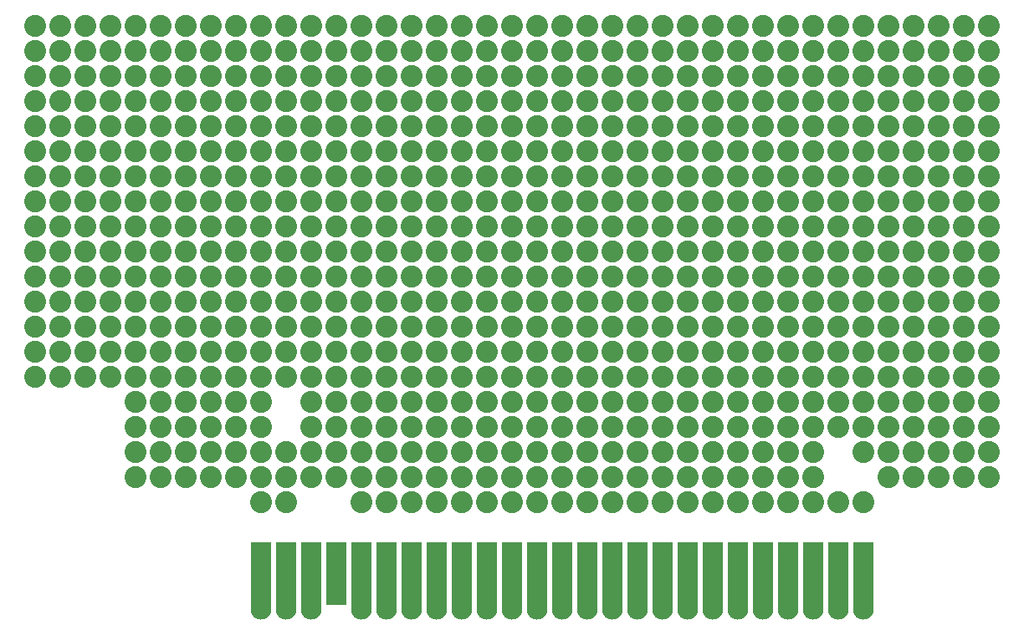
<source format=gts>
G04 (created by PCBNEW (2013-09-28 BZR 4356)-product) date 12/11/2013 13:19:40*
%MOIN*%
G04 Gerber Fmt 3.4, Leading zero omitted, Abs format*
%FSLAX34Y34*%
G01*
G70*
G90*
G04 APERTURE LIST*
%ADD10C,0.005906*%
%ADD11C,0.087559*%
%ADD12O,0.082677X0.297244*%
%ADD13R,0.082677X0.218898*%
%ADD14R,0.082677X0.173228*%
%ADD15R,0.082677X0.133858*%
G04 APERTURE END LIST*
G54D10*
G54D11*
X32236Y-19000D03*
X30236Y-18000D03*
X32236Y-17000D03*
X31236Y-17000D03*
X30236Y-17000D03*
X30236Y-16000D03*
X31236Y-16000D03*
X32236Y-16000D03*
X33236Y-16000D03*
X34236Y-16000D03*
X11236Y-18000D03*
X12236Y-16000D03*
X12236Y-17000D03*
X12236Y-18000D03*
X10236Y-16000D03*
X10236Y-17000D03*
X10236Y-18000D03*
X13236Y-18000D03*
X13236Y-17000D03*
X13236Y-16000D03*
X14236Y-17000D03*
X14236Y-18000D03*
X14236Y-16000D03*
X26236Y-16000D03*
X25236Y-16000D03*
X29236Y-16000D03*
X29236Y-18000D03*
X29236Y-17000D03*
X28236Y-16000D03*
X27236Y-16000D03*
X28236Y-17000D03*
X27236Y-17000D03*
X28236Y-18000D03*
X27236Y-18000D03*
X26236Y-17000D03*
X25236Y-17000D03*
X26236Y-18000D03*
X25236Y-18000D03*
X16236Y-16000D03*
X15236Y-16000D03*
X19236Y-16000D03*
X19236Y-18000D03*
X19236Y-17000D03*
X18236Y-16000D03*
X17236Y-16000D03*
X18236Y-17000D03*
X17236Y-17000D03*
X18236Y-18000D03*
X17236Y-18000D03*
X16236Y-17000D03*
X15236Y-17000D03*
X16236Y-18000D03*
X15236Y-18000D03*
X21236Y-16000D03*
X20236Y-16000D03*
X24236Y-16000D03*
X24236Y-18000D03*
X24236Y-17000D03*
X23236Y-16000D03*
X22236Y-16000D03*
X23236Y-17000D03*
X22236Y-17000D03*
X23236Y-18000D03*
X22236Y-18000D03*
X21236Y-17000D03*
X20236Y-17000D03*
X21236Y-18000D03*
X20236Y-18000D03*
X6236Y-19000D03*
X7236Y-19000D03*
X8236Y-19000D03*
X9236Y-19000D03*
X8236Y-18000D03*
X9236Y-18000D03*
X8236Y-17000D03*
X9236Y-17000D03*
X6236Y-18000D03*
X7236Y-16000D03*
X6236Y-16000D03*
X6236Y-17000D03*
X7236Y-18000D03*
X7236Y-17000D03*
X9236Y-16000D03*
X8236Y-16000D03*
X5236Y-17000D03*
X5236Y-16000D03*
X5236Y-18000D03*
X5236Y-19000D03*
X5236Y-7000D03*
X5236Y-6000D03*
X3236Y-6000D03*
X4236Y-6000D03*
X2236Y-7000D03*
X2236Y-8000D03*
X1236Y-7000D03*
X1236Y-6000D03*
X2236Y-6000D03*
X1236Y-8000D03*
X5236Y-8000D03*
X5236Y-10000D03*
X5236Y-9000D03*
X4236Y-7000D03*
X3236Y-7000D03*
X4236Y-8000D03*
X3236Y-8000D03*
X4236Y-9000D03*
X3236Y-9000D03*
X4236Y-10000D03*
X3236Y-10000D03*
X2236Y-9000D03*
X1236Y-9000D03*
X2236Y-10000D03*
X1236Y-10000D03*
X1236Y-5000D03*
X2236Y-5000D03*
X1236Y-4000D03*
X2236Y-4000D03*
X3236Y-5000D03*
X4236Y-5000D03*
X3236Y-4000D03*
X4236Y-4000D03*
X3236Y-3000D03*
X4236Y-3000D03*
X3236Y-2000D03*
X4236Y-2000D03*
X5236Y-4000D03*
X5236Y-5000D03*
X5236Y-3000D03*
X1236Y-3000D03*
X2236Y-1000D03*
X1236Y-1000D03*
X1236Y-2000D03*
X2236Y-3000D03*
X2236Y-2000D03*
X4236Y-1000D03*
X3236Y-1000D03*
X5236Y-1000D03*
X5236Y-2000D03*
X1236Y-15000D03*
X2236Y-15000D03*
X1236Y-14000D03*
X2236Y-14000D03*
X3236Y-15000D03*
X4236Y-15000D03*
X3236Y-14000D03*
X4236Y-14000D03*
X3236Y-13000D03*
X4236Y-13000D03*
X3236Y-12000D03*
X4236Y-12000D03*
X5236Y-14000D03*
X5236Y-15000D03*
X5236Y-13000D03*
X1236Y-13000D03*
X2236Y-11000D03*
X1236Y-11000D03*
X1236Y-12000D03*
X2236Y-13000D03*
X2236Y-12000D03*
X4236Y-11000D03*
X3236Y-11000D03*
X5236Y-11000D03*
X5236Y-12000D03*
X8236Y-11000D03*
X9236Y-11000D03*
X7236Y-12000D03*
X7236Y-13000D03*
X6236Y-12000D03*
X6236Y-11000D03*
X7236Y-11000D03*
X6236Y-13000D03*
X9236Y-12000D03*
X8236Y-12000D03*
X9236Y-13000D03*
X8236Y-13000D03*
X9236Y-14000D03*
X8236Y-14000D03*
X9236Y-15000D03*
X8236Y-15000D03*
X7236Y-14000D03*
X6236Y-14000D03*
X7236Y-15000D03*
X6236Y-15000D03*
X8236Y-1000D03*
X9236Y-1000D03*
X7236Y-2000D03*
X7236Y-3000D03*
X6236Y-2000D03*
X6236Y-1000D03*
X7236Y-1000D03*
X6236Y-3000D03*
X9236Y-2000D03*
X8236Y-2000D03*
X9236Y-3000D03*
X8236Y-3000D03*
X9236Y-4000D03*
X8236Y-4000D03*
X9236Y-5000D03*
X8236Y-5000D03*
X7236Y-4000D03*
X6236Y-4000D03*
X7236Y-5000D03*
X6236Y-5000D03*
X6236Y-10000D03*
X7236Y-10000D03*
X6236Y-9000D03*
X7236Y-9000D03*
X8236Y-10000D03*
X9236Y-10000D03*
X8236Y-9000D03*
X9236Y-9000D03*
X8236Y-8000D03*
X9236Y-8000D03*
X8236Y-7000D03*
X9236Y-7000D03*
X6236Y-8000D03*
X7236Y-6000D03*
X6236Y-6000D03*
X6236Y-7000D03*
X7236Y-8000D03*
X7236Y-7000D03*
X9236Y-6000D03*
X8236Y-6000D03*
X20236Y-15000D03*
X21236Y-15000D03*
X20236Y-14000D03*
X21236Y-14000D03*
X22236Y-15000D03*
X23236Y-15000D03*
X22236Y-14000D03*
X23236Y-14000D03*
X22236Y-13000D03*
X23236Y-13000D03*
X22236Y-12000D03*
X23236Y-12000D03*
X24236Y-14000D03*
X24236Y-15000D03*
X24236Y-13000D03*
X20236Y-13000D03*
X21236Y-11000D03*
X20236Y-11000D03*
X20236Y-12000D03*
X21236Y-13000D03*
X21236Y-12000D03*
X23236Y-11000D03*
X22236Y-11000D03*
X24236Y-11000D03*
X24236Y-12000D03*
X19236Y-7000D03*
X19236Y-6000D03*
X17236Y-6000D03*
X18236Y-6000D03*
X16236Y-7000D03*
X16236Y-8000D03*
X15236Y-7000D03*
X15236Y-6000D03*
X16236Y-6000D03*
X15236Y-8000D03*
X19236Y-8000D03*
X19236Y-10000D03*
X19236Y-9000D03*
X18236Y-7000D03*
X17236Y-7000D03*
X18236Y-8000D03*
X17236Y-8000D03*
X18236Y-9000D03*
X17236Y-9000D03*
X18236Y-10000D03*
X17236Y-10000D03*
X16236Y-9000D03*
X15236Y-9000D03*
X16236Y-10000D03*
X15236Y-10000D03*
X20236Y-10000D03*
X21236Y-10000D03*
X20236Y-9000D03*
X21236Y-9000D03*
X22236Y-10000D03*
X23236Y-10000D03*
X22236Y-9000D03*
X23236Y-9000D03*
X22236Y-8000D03*
X23236Y-8000D03*
X22236Y-7000D03*
X23236Y-7000D03*
X24236Y-9000D03*
X24236Y-10000D03*
X24236Y-8000D03*
X20236Y-8000D03*
X21236Y-6000D03*
X20236Y-6000D03*
X20236Y-7000D03*
X21236Y-8000D03*
X21236Y-7000D03*
X23236Y-6000D03*
X22236Y-6000D03*
X24236Y-6000D03*
X24236Y-7000D03*
X24236Y-2000D03*
X24236Y-1000D03*
X22236Y-1000D03*
X23236Y-1000D03*
X21236Y-2000D03*
X21236Y-3000D03*
X20236Y-2000D03*
X20236Y-1000D03*
X21236Y-1000D03*
X20236Y-3000D03*
X24236Y-3000D03*
X24236Y-5000D03*
X24236Y-4000D03*
X23236Y-2000D03*
X22236Y-2000D03*
X23236Y-3000D03*
X22236Y-3000D03*
X23236Y-4000D03*
X22236Y-4000D03*
X23236Y-5000D03*
X22236Y-5000D03*
X21236Y-4000D03*
X20236Y-4000D03*
X21236Y-5000D03*
X20236Y-5000D03*
X15236Y-5000D03*
X16236Y-5000D03*
X15236Y-4000D03*
X16236Y-4000D03*
X17236Y-5000D03*
X18236Y-5000D03*
X17236Y-4000D03*
X18236Y-4000D03*
X17236Y-3000D03*
X18236Y-3000D03*
X17236Y-2000D03*
X18236Y-2000D03*
X19236Y-4000D03*
X19236Y-5000D03*
X19236Y-3000D03*
X15236Y-3000D03*
X16236Y-1000D03*
X15236Y-1000D03*
X15236Y-2000D03*
X16236Y-3000D03*
X16236Y-2000D03*
X18236Y-1000D03*
X17236Y-1000D03*
X19236Y-1000D03*
X19236Y-2000D03*
X15236Y-15000D03*
X16236Y-15000D03*
X15236Y-14000D03*
X16236Y-14000D03*
X17236Y-15000D03*
X18236Y-15000D03*
X17236Y-14000D03*
X18236Y-14000D03*
X17236Y-13000D03*
X18236Y-13000D03*
X17236Y-12000D03*
X18236Y-12000D03*
X19236Y-14000D03*
X19236Y-15000D03*
X19236Y-13000D03*
X15236Y-13000D03*
X16236Y-11000D03*
X15236Y-11000D03*
X15236Y-12000D03*
X16236Y-13000D03*
X16236Y-12000D03*
X18236Y-11000D03*
X17236Y-11000D03*
X19236Y-11000D03*
X19236Y-12000D03*
X14236Y-12000D03*
X14236Y-11000D03*
X12236Y-11000D03*
X13236Y-11000D03*
X11236Y-12000D03*
X11236Y-13000D03*
X10236Y-12000D03*
X10236Y-11000D03*
X11236Y-11000D03*
X10236Y-13000D03*
X14236Y-13000D03*
X14236Y-15000D03*
X14236Y-14000D03*
X13236Y-12000D03*
X12236Y-12000D03*
X13236Y-13000D03*
X12236Y-13000D03*
X13236Y-14000D03*
X12236Y-14000D03*
X13236Y-15000D03*
X12236Y-15000D03*
X11236Y-14000D03*
X10236Y-14000D03*
X11236Y-15000D03*
X10236Y-15000D03*
X14236Y-2000D03*
X14236Y-1000D03*
X12236Y-1000D03*
X13236Y-1000D03*
X11236Y-2000D03*
X11236Y-3000D03*
X10236Y-2000D03*
X10236Y-1000D03*
X11236Y-1000D03*
X10236Y-3000D03*
X14236Y-3000D03*
X14236Y-5000D03*
X14236Y-4000D03*
X13236Y-2000D03*
X12236Y-2000D03*
X13236Y-3000D03*
X12236Y-3000D03*
X13236Y-4000D03*
X12236Y-4000D03*
X13236Y-5000D03*
X12236Y-5000D03*
X11236Y-4000D03*
X10236Y-4000D03*
X11236Y-5000D03*
X10236Y-5000D03*
X10236Y-10000D03*
X11236Y-10000D03*
X10236Y-9000D03*
X11236Y-9000D03*
X12236Y-10000D03*
X13236Y-10000D03*
X12236Y-9000D03*
X13236Y-9000D03*
X12236Y-8000D03*
X13236Y-8000D03*
X12236Y-7000D03*
X13236Y-7000D03*
X14236Y-9000D03*
X14236Y-10000D03*
X14236Y-8000D03*
X10236Y-8000D03*
X11236Y-6000D03*
X10236Y-6000D03*
X10236Y-7000D03*
X11236Y-8000D03*
X11236Y-7000D03*
X13236Y-6000D03*
X12236Y-6000D03*
X14236Y-6000D03*
X14236Y-7000D03*
X29236Y-7000D03*
X29236Y-6000D03*
X27236Y-6000D03*
X28236Y-6000D03*
X26236Y-7000D03*
X26236Y-8000D03*
X25236Y-7000D03*
X25236Y-6000D03*
X26236Y-6000D03*
X25236Y-8000D03*
X29236Y-8000D03*
X29236Y-10000D03*
X29236Y-9000D03*
X28236Y-7000D03*
X27236Y-7000D03*
X28236Y-8000D03*
X27236Y-8000D03*
X28236Y-9000D03*
X27236Y-9000D03*
X28236Y-10000D03*
X27236Y-10000D03*
X26236Y-9000D03*
X25236Y-9000D03*
X26236Y-10000D03*
X25236Y-10000D03*
X25236Y-5000D03*
X26236Y-5000D03*
X25236Y-4000D03*
X26236Y-4000D03*
X27236Y-5000D03*
X28236Y-5000D03*
X27236Y-4000D03*
X28236Y-4000D03*
X27236Y-3000D03*
X28236Y-3000D03*
X27236Y-2000D03*
X28236Y-2000D03*
X29236Y-4000D03*
X29236Y-5000D03*
X29236Y-3000D03*
X25236Y-3000D03*
X26236Y-1000D03*
X25236Y-1000D03*
X25236Y-2000D03*
X26236Y-3000D03*
X26236Y-2000D03*
X28236Y-1000D03*
X27236Y-1000D03*
X29236Y-1000D03*
X29236Y-2000D03*
X25236Y-15000D03*
X26236Y-15000D03*
X25236Y-14000D03*
X26236Y-14000D03*
X27236Y-15000D03*
X28236Y-15000D03*
X27236Y-14000D03*
X28236Y-14000D03*
X27236Y-13000D03*
X28236Y-13000D03*
X27236Y-12000D03*
X28236Y-12000D03*
X29236Y-14000D03*
X29236Y-15000D03*
X29236Y-13000D03*
X25236Y-13000D03*
X26236Y-11000D03*
X25236Y-11000D03*
X25236Y-12000D03*
X26236Y-13000D03*
X26236Y-12000D03*
X28236Y-11000D03*
X27236Y-11000D03*
X29236Y-11000D03*
X29236Y-12000D03*
X34236Y-12000D03*
X34236Y-11000D03*
X32236Y-11000D03*
X33236Y-11000D03*
X31236Y-12000D03*
X31236Y-13000D03*
X30236Y-12000D03*
X30236Y-11000D03*
X31236Y-11000D03*
X30236Y-13000D03*
X34236Y-13000D03*
X34236Y-15000D03*
X34236Y-14000D03*
X33236Y-12000D03*
X32236Y-12000D03*
X33236Y-13000D03*
X32236Y-13000D03*
X33236Y-14000D03*
X32236Y-14000D03*
X33236Y-15000D03*
X32236Y-15000D03*
X31236Y-14000D03*
X30236Y-14000D03*
X31236Y-15000D03*
X30236Y-15000D03*
X34236Y-2000D03*
X34236Y-1000D03*
X32236Y-1000D03*
X33236Y-1000D03*
X31236Y-2000D03*
X31236Y-3000D03*
X30236Y-2000D03*
X30236Y-1000D03*
X31236Y-1000D03*
X30236Y-3000D03*
X34236Y-3000D03*
X34236Y-5000D03*
X34236Y-4000D03*
X33236Y-2000D03*
X32236Y-2000D03*
X33236Y-3000D03*
X32236Y-3000D03*
X33236Y-4000D03*
X32236Y-4000D03*
X33236Y-5000D03*
X32236Y-5000D03*
X31236Y-4000D03*
X30236Y-4000D03*
X31236Y-5000D03*
X30236Y-5000D03*
X35236Y-5000D03*
X36236Y-5000D03*
X35236Y-4000D03*
X36236Y-4000D03*
X37236Y-5000D03*
X38236Y-5000D03*
X37236Y-4000D03*
X38236Y-4000D03*
X37236Y-3000D03*
X38236Y-3000D03*
X37236Y-2000D03*
X38236Y-2000D03*
X39236Y-4000D03*
X39236Y-5000D03*
X39236Y-3000D03*
X35236Y-3000D03*
X36236Y-1000D03*
X35236Y-1000D03*
X35236Y-2000D03*
X36236Y-3000D03*
X36236Y-2000D03*
X38236Y-1000D03*
X37236Y-1000D03*
X39236Y-1000D03*
X39236Y-2000D03*
X39236Y-7000D03*
X39236Y-6000D03*
X37236Y-6000D03*
X38236Y-6000D03*
X36236Y-7000D03*
X36236Y-8000D03*
X35236Y-7000D03*
X35236Y-6000D03*
X36236Y-6000D03*
X35236Y-8000D03*
X39236Y-8000D03*
X39236Y-10000D03*
X39236Y-9000D03*
X38236Y-7000D03*
X37236Y-7000D03*
X38236Y-8000D03*
X37236Y-8000D03*
X38236Y-9000D03*
X37236Y-9000D03*
X38236Y-10000D03*
X37236Y-10000D03*
X36236Y-9000D03*
X35236Y-9000D03*
X36236Y-10000D03*
X35236Y-10000D03*
X30236Y-10000D03*
X31236Y-10000D03*
X30236Y-9000D03*
X31236Y-9000D03*
X32236Y-10000D03*
X33236Y-10000D03*
X32236Y-9000D03*
X33236Y-9000D03*
X32236Y-8000D03*
X33236Y-8000D03*
X32236Y-7000D03*
X33236Y-7000D03*
X34236Y-9000D03*
X34236Y-10000D03*
X34236Y-8000D03*
X30236Y-8000D03*
X31236Y-6000D03*
X30236Y-6000D03*
X30236Y-7000D03*
X31236Y-8000D03*
X31236Y-7000D03*
X33236Y-6000D03*
X32236Y-6000D03*
X34236Y-6000D03*
X34236Y-7000D03*
X39236Y-12000D03*
X39236Y-11000D03*
X37236Y-11000D03*
X38236Y-11000D03*
X36236Y-12000D03*
X36236Y-13000D03*
X35236Y-12000D03*
X35236Y-11000D03*
X36236Y-11000D03*
X35236Y-13000D03*
X39236Y-13000D03*
X39236Y-15000D03*
X39236Y-14000D03*
X38236Y-12000D03*
X37236Y-12000D03*
X38236Y-13000D03*
X37236Y-13000D03*
X38236Y-14000D03*
X37236Y-14000D03*
X38236Y-15000D03*
X37236Y-15000D03*
X36236Y-14000D03*
X35236Y-14000D03*
X36236Y-15000D03*
X35236Y-15000D03*
X39236Y-16000D03*
X38236Y-16000D03*
X32236Y-18000D03*
X10236Y-20000D03*
X10236Y-19000D03*
X11236Y-20000D03*
X11236Y-19000D03*
X12236Y-19000D03*
X13236Y-19000D03*
X14236Y-20000D03*
X14236Y-19000D03*
X15236Y-20000D03*
X15236Y-19000D03*
X16236Y-20000D03*
X16236Y-19000D03*
X17236Y-20000D03*
X17236Y-19000D03*
X18236Y-20000D03*
X18236Y-19000D03*
X19236Y-20000D03*
X19236Y-19000D03*
X20236Y-20000D03*
X20236Y-19000D03*
X21236Y-20000D03*
X21236Y-19000D03*
X22236Y-20000D03*
X22236Y-19000D03*
X23236Y-20000D03*
X23236Y-19000D03*
X24236Y-20000D03*
X24236Y-19000D03*
X25236Y-20000D03*
X25236Y-19000D03*
X26236Y-20000D03*
X26236Y-19000D03*
X27236Y-20000D03*
X27236Y-19000D03*
X28236Y-20000D03*
X28236Y-19000D03*
X29236Y-20000D03*
X29236Y-19000D03*
X30236Y-20000D03*
X30236Y-19000D03*
X31236Y-20000D03*
X31236Y-19000D03*
X32236Y-20000D03*
X31236Y-18000D03*
X33236Y-20000D03*
X35236Y-19000D03*
X34236Y-20000D03*
X36236Y-19000D03*
G54D12*
X34236Y-23196D03*
X33236Y-23196D03*
X32236Y-23196D03*
X31236Y-23196D03*
X30236Y-23196D03*
X29236Y-23196D03*
X28236Y-23196D03*
X27236Y-23196D03*
X26236Y-23196D03*
X25236Y-23196D03*
X24236Y-23196D03*
X23236Y-23196D03*
X22236Y-23196D03*
X21236Y-23196D03*
X10236Y-23196D03*
X20236Y-23196D03*
X19236Y-23196D03*
X18236Y-23196D03*
X17236Y-23196D03*
X16236Y-23196D03*
X15236Y-23196D03*
X14236Y-23196D03*
G54D13*
X13236Y-23000D03*
G54D12*
X11236Y-23196D03*
G54D14*
X13236Y-22448D03*
G54D15*
X11236Y-22251D03*
X34236Y-22251D03*
X10236Y-22251D03*
X33236Y-22251D03*
X32236Y-22251D03*
X31236Y-22251D03*
X30236Y-22251D03*
X29236Y-22251D03*
X28236Y-22251D03*
X27236Y-22251D03*
X26236Y-22251D03*
X25236Y-22251D03*
X24236Y-22251D03*
X23236Y-22251D03*
X22236Y-22251D03*
X21236Y-22251D03*
X20236Y-22251D03*
X19236Y-22251D03*
X18236Y-22251D03*
X17236Y-22251D03*
X16236Y-22251D03*
X15236Y-22251D03*
X14236Y-22251D03*
G54D12*
X12236Y-23196D03*
G54D15*
X12236Y-22251D03*
G54D11*
X35236Y-18000D03*
X36236Y-16000D03*
X37236Y-18000D03*
X38236Y-18000D03*
X39236Y-18000D03*
X39236Y-19000D03*
X38236Y-19000D03*
X37236Y-19000D03*
X34236Y-18000D03*
X33236Y-17000D03*
X34236Y-17000D03*
X35236Y-16000D03*
X35236Y-17000D03*
X37236Y-16000D03*
X36236Y-18000D03*
X37236Y-17000D03*
X36236Y-17000D03*
X38236Y-17000D03*
X39236Y-17000D03*
M02*

</source>
